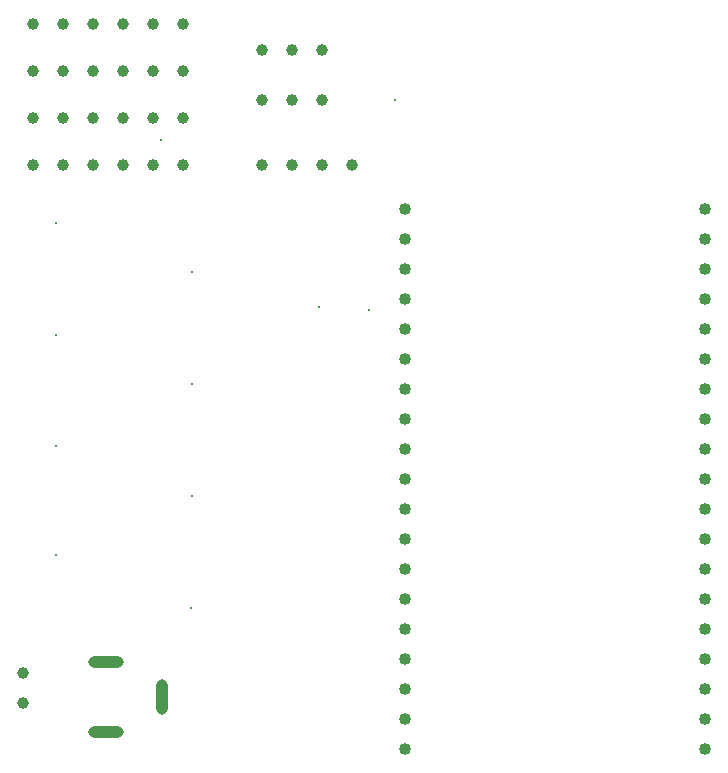
<source format=gbr>
%TF.GenerationSoftware,KiCad,Pcbnew,(6.0.9)*%
%TF.CreationDate,2023-05-03T14:40:22+10:00*%
%TF.ProjectId,Proj D,50726f6a-2044-42e6-9b69-6361645f7063,rev?*%
%TF.SameCoordinates,Original*%
%TF.FileFunction,Plated,1,2,PTH,Mixed*%
%TF.FilePolarity,Positive*%
%FSLAX46Y46*%
G04 Gerber Fmt 4.6, Leading zero omitted, Abs format (unit mm)*
G04 Created by KiCad (PCBNEW (6.0.9)) date 2023-05-03 14:40:22*
%MOMM*%
%LPD*%
G01*
G04 APERTURE LIST*
%TA.AperFunction,ViaDrill*%
%ADD10C,0.300000*%
%TD*%
%TA.AperFunction,ComponentDrill*%
%ADD11C,1.000000*%
%TD*%
G04 aperture for slot hole*
%TA.AperFunction,ComponentDrill*%
%ADD12O,3.000000X1.000000*%
%TD*%
G04 aperture for slot hole*
%TA.AperFunction,ComponentDrill*%
%ADD13O,1.000000X3.000000*%
%TD*%
%TA.AperFunction,ComponentDrill*%
%ADD14C,1.020000*%
%TD*%
G04 APERTURE END LIST*
D10*
X112750000Y-93331250D03*
X112750000Y-102831250D03*
X112750000Y-112250000D03*
X112750000Y-121500000D03*
X121637299Y-86362701D03*
X124237701Y-125987701D03*
X124250000Y-97500000D03*
X124250000Y-107000000D03*
X124250000Y-116500000D03*
X135000000Y-100500000D03*
X139250000Y-100750000D03*
X141475000Y-82975000D03*
D11*
%TO.C,J11*%
X110000000Y-131475000D03*
X110000000Y-134015000D03*
%TO.C,J6*%
X110800000Y-76500000D03*
%TO.C,J5*%
X110800000Y-80475000D03*
%TO.C,J3*%
X110800000Y-88500000D03*
%TO.C,J4*%
X110825000Y-84475000D03*
%TO.C,J6*%
X113340000Y-76500000D03*
%TO.C,J5*%
X113340000Y-80475000D03*
%TO.C,J3*%
X113340000Y-88500000D03*
%TO.C,J4*%
X113365000Y-84475000D03*
%TO.C,J6*%
X115880000Y-76500000D03*
%TO.C,J5*%
X115880000Y-80475000D03*
%TO.C,J3*%
X115880000Y-88500000D03*
%TO.C,J4*%
X115905000Y-84475000D03*
D12*
%TO.C,J10*%
X117042500Y-130500000D03*
X117042500Y-136500000D03*
D11*
%TO.C,J6*%
X118420000Y-76500000D03*
%TO.C,J5*%
X118420000Y-80475000D03*
%TO.C,J3*%
X118420000Y-88500000D03*
%TO.C,J4*%
X118445000Y-84475000D03*
%TO.C,J6*%
X120960000Y-76500000D03*
%TO.C,J5*%
X120960000Y-80475000D03*
%TO.C,J3*%
X120960000Y-88500000D03*
%TO.C,J4*%
X120985000Y-84475000D03*
D13*
%TO.C,J10*%
X121742500Y-133500000D03*
D11*
%TO.C,J6*%
X123500000Y-76500000D03*
%TO.C,J5*%
X123500000Y-80475000D03*
%TO.C,J3*%
X123500000Y-88500000D03*
%TO.C,J4*%
X123525000Y-84475000D03*
%TO.C,J14*%
X130210000Y-88500000D03*
%TO.C,J2*%
X130250000Y-78725000D03*
%TO.C,J1*%
X130250000Y-82975000D03*
%TO.C,J14*%
X132750000Y-88500000D03*
%TO.C,J2*%
X132790000Y-78725000D03*
%TO.C,J1*%
X132790000Y-82975000D03*
%TO.C,J14*%
X135290000Y-88500000D03*
%TO.C,J2*%
X135330000Y-78725000D03*
%TO.C,J1*%
X135330000Y-82975000D03*
%TO.C,J14*%
X137830000Y-88500000D03*
D14*
%TO.C,U5*%
X142300000Y-92150000D03*
X142300000Y-94690000D03*
X142300000Y-97230000D03*
X142300000Y-99770000D03*
X142300000Y-102310000D03*
X142300000Y-104850000D03*
X142300000Y-107390000D03*
X142300000Y-109930000D03*
X142300000Y-112470000D03*
X142300000Y-115010000D03*
X142300000Y-117550000D03*
X142300000Y-120090000D03*
X142300000Y-122630000D03*
X142300000Y-125170000D03*
X142300000Y-127710000D03*
X142300000Y-130250000D03*
X142300000Y-132790000D03*
X142300000Y-135330000D03*
X142300000Y-137870000D03*
X167700000Y-92150000D03*
X167700000Y-94690000D03*
X167700000Y-97230000D03*
X167700000Y-99770000D03*
X167700000Y-102310000D03*
X167700000Y-104850000D03*
X167700000Y-107390000D03*
X167700000Y-109930000D03*
X167700000Y-112470000D03*
X167700000Y-115010000D03*
X167700000Y-117550000D03*
X167700000Y-120090000D03*
X167700000Y-122630000D03*
X167700000Y-125170000D03*
X167700000Y-127710000D03*
X167700000Y-130250000D03*
X167700000Y-132790000D03*
X167700000Y-135330000D03*
X167700000Y-137870000D03*
M02*

</source>
